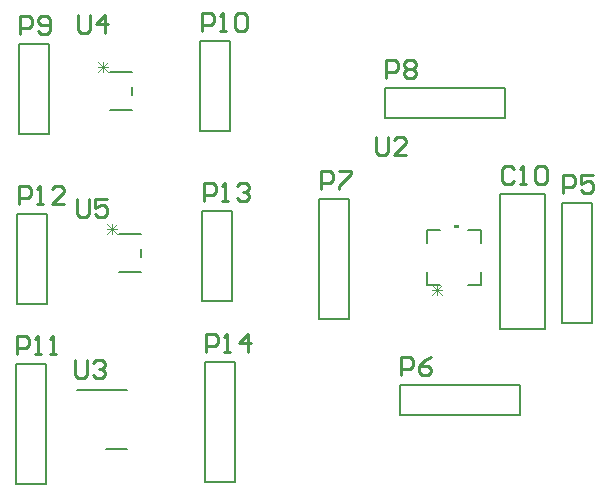
<source format=gto>
G04*
G04 #@! TF.GenerationSoftware,Altium Limited,Altium Designer,20.0.9 (164)*
G04*
G04 Layer_Color=65535*
%FSLAX25Y25*%
%MOIN*%
G70*
G01*
G75*
%ADD10C,0.00600*%
%ADD11C,0.00787*%
%ADD12C,0.01000*%
%ADD13C,0.00300*%
G36*
X154234Y96200D02*
Y97200D01*
X155734D01*
Y96200D01*
X154234D01*
D02*
G37*
D10*
X42350Y94200D02*
X49650D01*
Y86670D02*
Y89330D01*
X42350Y81800D02*
X49650D01*
X39350Y148200D02*
X46650D01*
Y140670D02*
Y143330D01*
X39350Y135800D02*
X46650D01*
X144950Y95550D02*
X149285D01*
X163050Y91215D02*
Y95550D01*
X158715Y77450D02*
X163050D01*
X144950D02*
X149285D01*
X144950Y91215D02*
Y95550D01*
X158715D02*
X163050D01*
Y77450D02*
Y81785D01*
X144950Y77450D02*
Y81785D01*
D11*
X190000Y64500D02*
X200000D01*
X190000D02*
Y104500D01*
X200000Y64500D02*
Y104500D01*
X190000D02*
X200000D01*
X169500Y107500D02*
X184500D01*
Y62500D02*
Y107500D01*
X169500Y62500D02*
X184500D01*
X169500D02*
Y107500D01*
X176000Y34000D02*
Y44000D01*
X136000Y34000D02*
X176000D01*
X136000Y44000D02*
X176000D01*
X136000Y34000D02*
Y44000D01*
X109000Y66000D02*
X119000D01*
X109000D02*
Y106000D01*
X119000Y66000D02*
Y106000D01*
X109000D02*
X119000D01*
X131000Y133000D02*
Y143000D01*
X171000D01*
X131000Y133000D02*
X171000D01*
Y143000D01*
X9000Y127500D02*
Y157500D01*
Y127500D02*
X19000D01*
Y157500D01*
X9000D02*
X19000D01*
X79500Y128500D02*
Y158500D01*
X69500D02*
X79500D01*
X69500Y128500D02*
Y158500D01*
Y128500D02*
X79500D01*
X8000Y51000D02*
X18000D01*
Y11000D02*
Y51000D01*
X8000Y11000D02*
Y51000D01*
Y11000D02*
X18000D01*
X8500Y71000D02*
Y101000D01*
Y71000D02*
X18500D01*
Y101000D01*
X8500D02*
X18500D01*
X28508Y42343D02*
X45043D01*
X37957Y22657D02*
X45043D01*
X80000Y72000D02*
Y102000D01*
X70000D02*
X80000D01*
X70000Y72000D02*
Y102000D01*
Y72000D02*
X80000D01*
X71000Y51500D02*
X81000D01*
Y11500D02*
Y51500D01*
X71000Y11500D02*
Y51500D01*
Y11500D02*
X81000D01*
D12*
X28502Y105999D02*
Y101001D01*
X29501Y100001D01*
X31501D01*
X32500Y101001D01*
Y105999D01*
X38498D02*
X34500D01*
Y103000D01*
X36499Y104000D01*
X37499D01*
X38498Y103000D01*
Y101001D01*
X37499Y100001D01*
X35499D01*
X34500Y101001D01*
X28727Y167239D02*
Y162241D01*
X29726Y161241D01*
X31726D01*
X32725Y162241D01*
Y167239D01*
X37724Y161241D02*
Y167239D01*
X34725Y164240D01*
X38723D01*
X128002Y126499D02*
Y121501D01*
X129001Y120501D01*
X131001D01*
X132000Y121501D01*
Y126499D01*
X137998Y120501D02*
X134000D01*
X137998Y124500D01*
Y125499D01*
X136999Y126499D01*
X134999D01*
X134000Y125499D01*
X190600Y107900D02*
Y113898D01*
X193599D01*
X194599Y112898D01*
Y110899D01*
X193599Y109899D01*
X190600D01*
X200597Y113898D02*
X196598D01*
Y110899D01*
X198597Y111899D01*
X199597D01*
X200597Y110899D01*
Y108900D01*
X199597Y107900D01*
X197598D01*
X196598Y108900D01*
X174099Y115898D02*
X173099Y116898D01*
X171100D01*
X170100Y115898D01*
Y111900D01*
X171100Y110900D01*
X173099D01*
X174099Y111900D01*
X176098Y110900D02*
X178097D01*
X177098D01*
Y116898D01*
X176098Y115898D01*
X181096D02*
X182096Y116898D01*
X184096D01*
X185095Y115898D01*
Y111900D01*
X184096Y110900D01*
X182096D01*
X181096Y111900D01*
Y115898D01*
X136600Y47400D02*
Y53398D01*
X139599D01*
X140599Y52398D01*
Y50399D01*
X139599Y49399D01*
X136600D01*
X146597Y53398D02*
X144597Y52398D01*
X142598Y50399D01*
Y48400D01*
X143598Y47400D01*
X145597D01*
X146597Y48400D01*
Y49399D01*
X145597Y50399D01*
X142598D01*
X109650Y109350D02*
Y115348D01*
X112649D01*
X113649Y114348D01*
Y112349D01*
X112649Y111349D01*
X109650D01*
X115648Y115348D02*
X119647D01*
Y114348D01*
X115648Y110350D01*
Y109350D01*
X131600Y146400D02*
Y152398D01*
X134599D01*
X135599Y151398D01*
Y149399D01*
X134599Y148399D01*
X131600D01*
X137598Y151398D02*
X138598Y152398D01*
X140597D01*
X141597Y151398D01*
Y150399D01*
X140597Y149399D01*
X141597Y148399D01*
Y147400D01*
X140597Y146400D01*
X138598D01*
X137598Y147400D01*
Y148399D01*
X138598Y149399D01*
X137598Y150399D01*
Y151398D01*
X138598Y149399D02*
X140597D01*
X9600Y160900D02*
Y166898D01*
X12599D01*
X13599Y165898D01*
Y163899D01*
X12599Y162899D01*
X9600D01*
X15598Y161900D02*
X16598Y160900D01*
X18597D01*
X19597Y161900D01*
Y165898D01*
X18597Y166898D01*
X16598D01*
X15598Y165898D01*
Y164899D01*
X16598Y163899D01*
X19597D01*
X70150Y161850D02*
Y167848D01*
X73149D01*
X74149Y166848D01*
Y164849D01*
X73149Y163849D01*
X70150D01*
X76148Y161850D02*
X78147D01*
X77148D01*
Y167848D01*
X76148Y166848D01*
X81146D02*
X82146Y167848D01*
X84145D01*
X85145Y166848D01*
Y162850D01*
X84145Y161850D01*
X82146D01*
X81146Y162850D01*
Y166848D01*
X8600Y54400D02*
Y60398D01*
X11599D01*
X12599Y59398D01*
Y57399D01*
X11599Y56399D01*
X8600D01*
X14598Y54400D02*
X16597D01*
X15598D01*
Y60398D01*
X14598Y59398D01*
X19596Y54400D02*
X21596D01*
X20596D01*
Y60398D01*
X19596Y59398D01*
X9100Y104400D02*
Y110398D01*
X12099D01*
X13099Y109398D01*
Y107399D01*
X12099Y106399D01*
X9100D01*
X15098Y104400D02*
X17097D01*
X16098D01*
Y110398D01*
X15098Y109398D01*
X24095Y104400D02*
X20096D01*
X24095Y108399D01*
Y109398D01*
X23096Y110398D01*
X21096D01*
X20096Y109398D01*
X27850Y52448D02*
Y47450D01*
X28850Y46450D01*
X30849D01*
X31849Y47450D01*
Y52448D01*
X33848Y51448D02*
X34848Y52448D01*
X36847D01*
X37847Y51448D01*
Y50449D01*
X36847Y49449D01*
X35847D01*
X36847D01*
X37847Y48449D01*
Y47450D01*
X36847Y46450D01*
X34848D01*
X33848Y47450D01*
X70650Y105350D02*
Y111348D01*
X73649D01*
X74649Y110348D01*
Y108349D01*
X73649Y107349D01*
X70650D01*
X76648Y105350D02*
X78647D01*
X77648D01*
Y111348D01*
X76648Y110348D01*
X81646D02*
X82646Y111348D01*
X84645D01*
X85645Y110348D01*
Y109349D01*
X84645Y108349D01*
X83646D01*
X84645D01*
X85645Y107349D01*
Y106350D01*
X84645Y105350D01*
X82646D01*
X81646Y106350D01*
X71600Y54900D02*
Y60898D01*
X74599D01*
X75599Y59898D01*
Y57899D01*
X74599Y56899D01*
X71600D01*
X77598Y54900D02*
X79597D01*
X78598D01*
Y60898D01*
X77598Y59898D01*
X85596Y54900D02*
Y60898D01*
X82596Y57899D01*
X86595D01*
D13*
X38525Y97606D02*
X41857Y94273D01*
X38525D02*
X41857Y97606D01*
X38525Y95939D02*
X41857D01*
X40191Y94273D02*
Y97606D01*
X35525Y151605D02*
X38857Y148273D01*
X35525D02*
X38857Y151605D01*
X35525Y149939D02*
X38857D01*
X37191Y148273D02*
Y151605D01*
X146898Y74050D02*
X150230Y77382D01*
Y74050D02*
X146898Y77382D01*
X148564Y74050D02*
Y77382D01*
X150230Y75716D02*
X146898D01*
M02*

</source>
